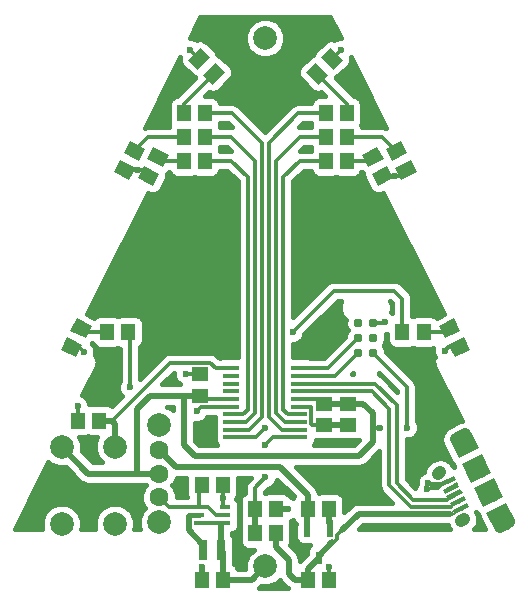
<source format=gtl>
G04 #@! TF.FileFunction,Copper,L1,Top,Signal*
%FSLAX46Y46*%
G04 Gerber Fmt 4.6, Leading zero omitted, Abs format (unit mm)*
G04 Created by KiCad (PCBNEW 201609280951+7255~55~ubuntu14.04.1-) date Wed Oct 12 05:15:32 2016*
%MOMM*%
%LPD*%
G01*
G04 APERTURE LIST*
%ADD10C,0.100000*%
%ADD11C,2.000000*%
%ADD12C,1.600000*%
%ADD13R,1.150000X1.450000*%
%ADD14R,1.450000X1.150000*%
%ADD15C,1.150000*%
%ADD16R,0.800000X1.700000*%
%ADD17C,0.400000*%
%ADD18C,1.000000*%
%ADD19C,1.000000*%
%ADD20C,1.800000*%
%ADD21C,1.575000*%
%ADD22R,0.950000X0.400000*%
%ADD23R,0.600000X1.000000*%
%ADD24C,0.787000*%
%ADD25R,1.350000X0.450000*%
%ADD26C,0.600000*%
%ADD27C,0.300000*%
%ADD28C,0.200000*%
%ADD29C,0.500000*%
%ADD30C,0.400000*%
G04 APERTURE END LIST*
D10*
D11*
X112750000Y-128750000D03*
X117250000Y-128750000D03*
X117250000Y-122250000D03*
X112750000Y-122250000D03*
X130000000Y-87650000D03*
X130000000Y-132350000D03*
D12*
X121000000Y-124500000D03*
X121000000Y-126500000D03*
X121000000Y-122500000D03*
D11*
X121000000Y-120400000D03*
X121000000Y-128600000D03*
D13*
X130900000Y-127500000D03*
X129100000Y-127500000D03*
X124900000Y-98000000D03*
X123100000Y-98000000D03*
X116600000Y-112500000D03*
X118400000Y-112500000D03*
X124900000Y-96000000D03*
X123100000Y-96000000D03*
X123100000Y-94000000D03*
X124900000Y-94000000D03*
X141600000Y-112500000D03*
X143400000Y-112500000D03*
X136900000Y-94000000D03*
X135100000Y-94000000D03*
X135100000Y-96000000D03*
X136900000Y-96000000D03*
X136900000Y-98000000D03*
X135100000Y-98000000D03*
X130900000Y-129500000D03*
X129100000Y-129500000D03*
X114100000Y-120000000D03*
X115900000Y-120000000D03*
X124600000Y-125500000D03*
X126400000Y-125500000D03*
X135400000Y-127500000D03*
X133600000Y-127500000D03*
X133600000Y-133500000D03*
X135400000Y-133500000D03*
X124600000Y-133500000D03*
X126400000Y-133500000D03*
D14*
X124500000Y-116100000D03*
X124500000Y-117900000D03*
X137000000Y-118600000D03*
X137000000Y-120400000D03*
X135000000Y-120400000D03*
X135000000Y-118600000D03*
D15*
X118902983Y-97195261D03*
D10*
G36*
X119293783Y-98034025D02*
X117997260Y-97384774D01*
X118512183Y-96356497D01*
X119808706Y-97005748D01*
X119293783Y-98034025D01*
X119293783Y-98034025D01*
G37*
D15*
X118097017Y-98804739D03*
D10*
G36*
X118487817Y-99643503D02*
X117191294Y-98994252D01*
X117706217Y-97965975D01*
X119002740Y-98615226D01*
X118487817Y-99643503D01*
X118487817Y-99643503D01*
G37*
D15*
X139902983Y-99304739D03*
D10*
G36*
X140808706Y-99494252D02*
X139512183Y-100143503D01*
X138997260Y-99115226D01*
X140293783Y-98465975D01*
X140808706Y-99494252D01*
X140808706Y-99494252D01*
G37*
D15*
X139097017Y-97695261D03*
D10*
G36*
X140002740Y-97884774D02*
X138706217Y-98534025D01*
X138191294Y-97505748D01*
X139487817Y-96856497D01*
X140002740Y-97884774D01*
X140002740Y-97884774D01*
G37*
D15*
X141097017Y-97195261D03*
D10*
G36*
X142002740Y-97384774D02*
X140706217Y-98034025D01*
X140191294Y-97005748D01*
X141487817Y-96356497D01*
X142002740Y-97384774D01*
X142002740Y-97384774D01*
G37*
D15*
X141902983Y-98804739D03*
D10*
G36*
X142808706Y-98994252D02*
X141512183Y-99643503D01*
X140997260Y-98615226D01*
X142293783Y-97965975D01*
X142808706Y-98994252D01*
X142808706Y-98994252D01*
G37*
D15*
X135636396Y-89363604D03*
D10*
G36*
X135530330Y-88444365D02*
X136555635Y-89469670D01*
X135742462Y-90282843D01*
X134717157Y-89257538D01*
X135530330Y-88444365D01*
X135530330Y-88444365D01*
G37*
D15*
X134363604Y-90636396D03*
D10*
G36*
X134257538Y-89717157D02*
X135282843Y-90742462D01*
X134469670Y-91555635D01*
X133444365Y-90530330D01*
X134257538Y-89717157D01*
X134257538Y-89717157D01*
G37*
D15*
X145597017Y-112195261D03*
D10*
G36*
X146502740Y-112384774D02*
X145206217Y-113034025D01*
X144691294Y-112005748D01*
X145987817Y-111356497D01*
X146502740Y-112384774D01*
X146502740Y-112384774D01*
G37*
D15*
X146402983Y-113804739D03*
D10*
G36*
X147308706Y-113994252D02*
X146012183Y-114643503D01*
X145497260Y-113615226D01*
X146793783Y-112965975D01*
X147308706Y-113994252D01*
X147308706Y-113994252D01*
G37*
D15*
X120097017Y-99304739D03*
D10*
G36*
X120487817Y-100143503D02*
X119191294Y-99494252D01*
X119706217Y-98465975D01*
X121002740Y-99115226D01*
X120487817Y-100143503D01*
X120487817Y-100143503D01*
G37*
D15*
X120902983Y-97695261D03*
D10*
G36*
X121293783Y-98534025D02*
X119997260Y-97884774D01*
X120512183Y-96856497D01*
X121808706Y-97505748D01*
X121293783Y-98534025D01*
X121293783Y-98534025D01*
G37*
D15*
X114402983Y-112195261D03*
D10*
G36*
X114793783Y-113034025D02*
X113497260Y-112384774D01*
X114012183Y-111356497D01*
X115308706Y-112005748D01*
X114793783Y-113034025D01*
X114793783Y-113034025D01*
G37*
D15*
X113597017Y-113804739D03*
D10*
G36*
X113987817Y-114643503D02*
X112691294Y-113994252D01*
X113206217Y-112965975D01*
X114502740Y-113615226D01*
X113987817Y-114643503D01*
X113987817Y-114643503D01*
G37*
D15*
X124363604Y-89363604D03*
D10*
G36*
X123444365Y-89469670D02*
X124469670Y-88444365D01*
X125282843Y-89257538D01*
X124257538Y-90282843D01*
X123444365Y-89469670D01*
X123444365Y-89469670D01*
G37*
D15*
X125636396Y-90636396D03*
D10*
G36*
X124717157Y-90742462D02*
X125742462Y-89717157D01*
X126555635Y-90530330D01*
X125530330Y-91555635D01*
X124717157Y-90742462D01*
X124717157Y-90742462D01*
G37*
D16*
X126250000Y-131000000D03*
X124750000Y-131000000D03*
D17*
X146000000Y-126300000D03*
D10*
G36*
X146693106Y-126176593D02*
X145485998Y-126781068D01*
X145306894Y-126423407D01*
X146514002Y-125818932D01*
X146693106Y-126176593D01*
X146693106Y-126176593D01*
G37*
D17*
X145708957Y-125718799D03*
D10*
G36*
X146402063Y-125595392D02*
X145194955Y-126199867D01*
X145015851Y-125842206D01*
X146222959Y-125237731D01*
X146402063Y-125595392D01*
X146402063Y-125595392D01*
G37*
D17*
X146291044Y-126881200D03*
D10*
G36*
X146984150Y-126757793D02*
X145777042Y-127362268D01*
X145597938Y-127004607D01*
X146805046Y-126400132D01*
X146984150Y-126757793D01*
X146984150Y-126757793D01*
G37*
D17*
X146582087Y-127462400D03*
D10*
G36*
X147275193Y-127338993D02*
X146068085Y-127943468D01*
X145888981Y-127585807D01*
X147096089Y-126981332D01*
X147275193Y-127338993D01*
X147275193Y-127338993D01*
G37*
D17*
X145417914Y-125137599D03*
D10*
G36*
X146111020Y-125014192D02*
X144903912Y-125618667D01*
X144724808Y-125261006D01*
X145931916Y-124656531D01*
X146111020Y-125014192D01*
X146111020Y-125014192D01*
G37*
D18*
X144713136Y-124456028D03*
D19*
X144601367Y-124511998D02*
X144824905Y-124400058D01*
D18*
X146705664Y-128435014D03*
D19*
X146593895Y-128490984D02*
X146817433Y-128379044D01*
D20*
X147876940Y-124073967D03*
D10*
G36*
X149129370Y-124453335D02*
X147430477Y-125304077D01*
X146624510Y-123694599D01*
X148323403Y-122843857D01*
X149129370Y-124453335D01*
X149129370Y-124453335D01*
G37*
D20*
X148906786Y-126130521D03*
D10*
G36*
X150159216Y-126509889D02*
X148460323Y-127360631D01*
X147654356Y-125751153D01*
X149353249Y-124900411D01*
X150159216Y-126509889D01*
X150159216Y-126509889D01*
G37*
D21*
X146875079Y-122073297D03*
D10*
G36*
X148077136Y-122352072D02*
X146378243Y-123202815D01*
X145673022Y-121794522D01*
X147371915Y-120943779D01*
X148077136Y-122352072D01*
X148077136Y-122352072D01*
G37*
D18*
X146522469Y-121369150D03*
D19*
X146120100Y-121570642D02*
X146924838Y-121167658D01*
D21*
X149908647Y-128131191D03*
D10*
G36*
X151110704Y-128409966D02*
X149411811Y-129260709D01*
X148706590Y-127852416D01*
X150405483Y-127001673D01*
X151110704Y-128409966D01*
X151110704Y-128409966D01*
G37*
D18*
X150261257Y-128835338D03*
D19*
X149858888Y-129036830D02*
X150663626Y-128633846D01*
D22*
X126600000Y-128650000D03*
X126600000Y-128000000D03*
X126600000Y-127350000D03*
X124400000Y-127350000D03*
X124400000Y-128000000D03*
X124400000Y-128650000D03*
D23*
X135450000Y-129350000D03*
X133550000Y-129350000D03*
X134500000Y-131650000D03*
D24*
X139140000Y-114270000D03*
X137870000Y-114270000D03*
X139140000Y-113000000D03*
X137870000Y-113000000D03*
X139140000Y-111730000D03*
X137870000Y-111730000D03*
D25*
X127125000Y-115575000D03*
X127125000Y-116225000D03*
X127125000Y-116875000D03*
X127125000Y-117525000D03*
X127125000Y-118175000D03*
X127125000Y-118825000D03*
X127125000Y-119475000D03*
X127125000Y-120125000D03*
X127125000Y-120775000D03*
X127125000Y-121425000D03*
X132875000Y-121425000D03*
X132875000Y-120775000D03*
X132875000Y-120125000D03*
X132875000Y-119475000D03*
X132875000Y-118825000D03*
X132875000Y-118175000D03*
X132875000Y-117525000D03*
X132875000Y-116875000D03*
X132875000Y-116225000D03*
X132875000Y-115575000D03*
D26*
X139700000Y-120600000D03*
X142000000Y-120600000D03*
X145200000Y-114100000D03*
X140100000Y-111700000D03*
X123300000Y-116100000D03*
X136400000Y-88600000D03*
X123600000Y-88600000D03*
X141000000Y-99304739D03*
X119200000Y-98804739D03*
X114600000Y-114200000D03*
X114100000Y-118800000D03*
X136000000Y-120400000D03*
X131900000Y-127500000D03*
X124600000Y-132400000D03*
X135400000Y-128500000D03*
X143700000Y-125800000D03*
X143800000Y-125300000D03*
X144200000Y-125600000D03*
X135400000Y-132400000D03*
X126400000Y-126600000D03*
X130000000Y-124800000D03*
X130000000Y-122100000D03*
X132300000Y-112500000D03*
X130000000Y-120600000D03*
X118500000Y-117200000D03*
X124200000Y-119200000D03*
D27*
X132875000Y-115575000D02*
X135295000Y-115575000D01*
X135295000Y-115575000D02*
X137870000Y-113000000D01*
X132875000Y-116225000D02*
X135915000Y-116225000D01*
X135915000Y-116225000D02*
X137870000Y-114270000D01*
X132875000Y-116875000D02*
X139275000Y-116875000D01*
X139275000Y-116875000D02*
X141100000Y-118700000D01*
X141100000Y-118700000D02*
X141100000Y-125300000D01*
X141100000Y-125300000D02*
X142500000Y-126700000D01*
X142500000Y-126700000D02*
X143575000Y-126700000D01*
X145400000Y-126700000D02*
X143575000Y-126700000D01*
D28*
X145800000Y-126300000D02*
X145400000Y-126700000D01*
X146000000Y-126300000D02*
X145800000Y-126300000D01*
D27*
X140500000Y-119000000D02*
X140500000Y-125500000D01*
X140500000Y-125500000D02*
X142300000Y-127300000D01*
X142300000Y-127300000D02*
X143680012Y-127300000D01*
X139000000Y-117500000D02*
X140500000Y-119000000D01*
X133875000Y-117500000D02*
X139000000Y-117500000D01*
X132875000Y-117525000D02*
X133850000Y-117525000D01*
X133850000Y-117525000D02*
X133875000Y-117500000D01*
D28*
X146291044Y-126881200D02*
X146118800Y-126881200D01*
X146118800Y-126881200D02*
X145700000Y-127300000D01*
D27*
X145700000Y-127300000D02*
X143680012Y-127300000D01*
D29*
X139100000Y-121800000D02*
X139100000Y-120700000D01*
X139100000Y-120700000D02*
X139100000Y-119400000D01*
D27*
X139700000Y-120600000D02*
X139200000Y-120600000D01*
X139200000Y-120600000D02*
X139100000Y-120700000D01*
X139140000Y-114270000D02*
X142000000Y-117130000D01*
X142000000Y-117130000D02*
X142000000Y-120600000D01*
X132875000Y-118175000D02*
X134575000Y-118175000D01*
X134575000Y-118175000D02*
X135000000Y-118600000D01*
D29*
X137000000Y-118600000D02*
X135000000Y-118600000D01*
X123100000Y-117900000D02*
X123100000Y-122100000D01*
X123100000Y-122100000D02*
X124000000Y-123000000D01*
X124000000Y-123000000D02*
X137900000Y-123000000D01*
X137900000Y-123000000D02*
X139100000Y-121800000D01*
X139100000Y-119400000D02*
X138300000Y-118600000D01*
X138300000Y-118600000D02*
X137000000Y-118600000D01*
X123100000Y-117900000D02*
X124500000Y-117900000D01*
X120200000Y-117900000D02*
X123100000Y-117900000D01*
D27*
X127125000Y-118175000D02*
X124775000Y-118175000D01*
X124775000Y-118175000D02*
X124500000Y-117900000D01*
D29*
X119100000Y-119000000D02*
X120200000Y-117900000D01*
X119100000Y-124500000D02*
X119100000Y-119000000D01*
X119100000Y-124500000D02*
X121000000Y-124500000D01*
X115000000Y-124500000D02*
X119100000Y-124500000D01*
X112750000Y-122250000D02*
X115000000Y-124500000D01*
D27*
X146402983Y-113804739D02*
X145495261Y-113804739D01*
X145495261Y-113804739D02*
X145200000Y-114100000D01*
X139140000Y-111730000D02*
X140070000Y-111730000D01*
D28*
X140070000Y-111730000D02*
X140100000Y-111700000D01*
D27*
X124500000Y-116100000D02*
X123300000Y-116100000D01*
X135636396Y-89363604D02*
X136400000Y-88600000D01*
X124363604Y-89363604D02*
X123600000Y-88600000D01*
X141000000Y-99304739D02*
X141402983Y-99304739D01*
X139902983Y-99304739D02*
X141000000Y-99304739D01*
X141402983Y-99304739D02*
X141902983Y-98804739D01*
X119200000Y-98804739D02*
X119597017Y-98804739D01*
X118097017Y-98804739D02*
X119200000Y-98804739D01*
X119597017Y-98804739D02*
X120097017Y-99304739D01*
X113597017Y-113804739D02*
X114204739Y-113804739D01*
X114204739Y-113804739D02*
X114600000Y-114200000D01*
X114100000Y-120000000D02*
X114100000Y-118800000D01*
X132875000Y-118825000D02*
X133825000Y-118825000D01*
X133825000Y-118825000D02*
X133900000Y-118900000D01*
X133900000Y-118900000D02*
X133900000Y-120325000D01*
X133900000Y-120325000D02*
X133975000Y-120400000D01*
X133975000Y-120400000D02*
X135000000Y-120400000D01*
D29*
X136000000Y-120400000D02*
X135000000Y-120400000D01*
X137000000Y-120400000D02*
X136000000Y-120400000D01*
X130900000Y-127500000D02*
X131900000Y-127500000D01*
D27*
X126400000Y-126600000D02*
X126400000Y-127150000D01*
X126400000Y-127150000D02*
X126600000Y-127350000D01*
D29*
X124600000Y-133500000D02*
X124600000Y-132400000D01*
X135400000Y-127500000D02*
X135400000Y-128500000D01*
X135450000Y-129350000D02*
X135450000Y-128550000D01*
X135450000Y-128550000D02*
X135400000Y-128500000D01*
D28*
X144524264Y-125474264D02*
X144450000Y-125400000D01*
X144750000Y-125474264D02*
X144524264Y-125474264D01*
X144200000Y-125600000D02*
X144624264Y-125600000D01*
X144624264Y-125600000D02*
X144750000Y-125474264D01*
X143800000Y-125300000D02*
X145255513Y-125300000D01*
X145255513Y-125300000D02*
X145417914Y-125137599D01*
X143700000Y-125800000D02*
X144600000Y-125800000D01*
X144600000Y-125800000D02*
X144800000Y-125600000D01*
X143800000Y-125300000D02*
X143800000Y-125700000D01*
X143800000Y-125700000D02*
X143700000Y-125800000D01*
X144200000Y-125600000D02*
X144100000Y-125600000D01*
X144100000Y-125600000D02*
X143800000Y-125300000D01*
X144800000Y-125600000D02*
X144200000Y-125600000D01*
X145262401Y-125137599D02*
X144800000Y-125600000D01*
X145417914Y-125137599D02*
X145262401Y-125137599D01*
D27*
X135400000Y-133500000D02*
X135400000Y-132400000D01*
X126400000Y-125500000D02*
X126400000Y-126600000D01*
X126600000Y-125700000D02*
X126400000Y-125500000D01*
X132875000Y-119475000D02*
X131875000Y-119475000D01*
X131875000Y-119475000D02*
X131500000Y-119100000D01*
X131500000Y-119100000D02*
X131500000Y-99400000D01*
X131500000Y-99400000D02*
X132900000Y-98000000D01*
X132900000Y-98000000D02*
X135100000Y-98000000D01*
X132875000Y-120125000D02*
X131625000Y-120125000D01*
X131625000Y-120125000D02*
X130900000Y-119400000D01*
X130900000Y-119400000D02*
X130900000Y-98000000D01*
X130900000Y-98000000D02*
X132900000Y-96000000D01*
X132900000Y-96000000D02*
X135100000Y-96000000D01*
X132875000Y-120775000D02*
X131375000Y-120775000D01*
X131375000Y-120775000D02*
X130300000Y-119700000D01*
X130300000Y-119700000D02*
X130300000Y-96500000D01*
X130300000Y-96500000D02*
X132800000Y-94000000D01*
X132800000Y-94000000D02*
X135100000Y-94000000D01*
X129100000Y-125700000D02*
X129100000Y-127500000D01*
X130000000Y-124800000D02*
X129100000Y-125700000D01*
X132875000Y-121425000D02*
X130675000Y-121425000D01*
X130675000Y-121425000D02*
X130000000Y-122100000D01*
D29*
X129100000Y-129500000D02*
X129100000Y-127500000D01*
D27*
X140900000Y-109000000D02*
X141600000Y-109700000D01*
X141600000Y-109700000D02*
X141600000Y-112500000D01*
X135800000Y-109000000D02*
X140900000Y-109000000D01*
X132300000Y-112500000D02*
X135800000Y-109000000D01*
X127125000Y-121425000D02*
X129175000Y-121425000D01*
X129175000Y-121425000D02*
X130000000Y-120600000D01*
X129700000Y-96500000D02*
X127200000Y-94000000D01*
X127200000Y-94000000D02*
X124900000Y-94000000D01*
X129700000Y-119700000D02*
X129700000Y-96500000D01*
X127125000Y-120775000D02*
X128625000Y-120775000D01*
X128625000Y-120775000D02*
X129700000Y-119700000D01*
X129100000Y-98000000D02*
X127100000Y-96000000D01*
X127100000Y-96000000D02*
X124900000Y-96000000D01*
X129100000Y-119400000D02*
X129100000Y-98000000D01*
X128375000Y-120125000D02*
X129100000Y-119400000D01*
X127125000Y-120125000D02*
X128375000Y-120125000D01*
X128500000Y-99400000D02*
X127100000Y-98000000D01*
X127100000Y-98000000D02*
X124900000Y-98000000D01*
X128500000Y-119075000D02*
X128500000Y-99400000D01*
X127125000Y-119475000D02*
X128100000Y-119475000D01*
X128100000Y-119475000D02*
X128500000Y-119075000D01*
X118500000Y-117200000D02*
X118500000Y-112600000D01*
X118500000Y-112600000D02*
X118400000Y-112500000D01*
X127125000Y-118825000D02*
X124575000Y-118825000D01*
X124575000Y-118825000D02*
X124200000Y-119200000D01*
X127125000Y-115575000D02*
X125815002Y-115575000D01*
X125815002Y-115575000D02*
X125340002Y-115100000D01*
X125340002Y-115100000D02*
X121900000Y-115100000D01*
X121900000Y-115100000D02*
X117000000Y-120000000D01*
X117000000Y-120000000D02*
X116975000Y-120000000D01*
D29*
X117250000Y-122250000D02*
X117250000Y-120275000D01*
X116975000Y-120000000D02*
X115900000Y-120000000D01*
X117250000Y-120275000D02*
X116975000Y-120000000D01*
D28*
X145875000Y-127900000D02*
X145975000Y-127800000D01*
X145600000Y-127900000D02*
X145875000Y-127900000D01*
X146000000Y-127900000D02*
X145600000Y-127900000D01*
X146582087Y-127462400D02*
X146437600Y-127462400D01*
X145800000Y-127800000D02*
X145900000Y-127700000D01*
D27*
X145800000Y-127900000D02*
X145600000Y-127900000D01*
D28*
X145800000Y-127900000D02*
X145800000Y-127800000D01*
D29*
X132000000Y-132975000D02*
X132000000Y-131825000D01*
X132000000Y-131825000D02*
X130900000Y-130725000D01*
X130900000Y-130725000D02*
X130900000Y-129500000D01*
X133600000Y-133500000D02*
X132525000Y-133500000D01*
X132525000Y-133500000D02*
X132000000Y-132975000D01*
X137900000Y-127900000D02*
X143572892Y-127900000D01*
X136500000Y-129300000D02*
X137900000Y-127900000D01*
D27*
X136100000Y-129700000D02*
X136500000Y-129300000D01*
X136100000Y-130040002D02*
X136100000Y-129700000D01*
X135650000Y-130300000D02*
X135840002Y-130300000D01*
X135840002Y-130300000D02*
X136100000Y-130040002D01*
D29*
X134500000Y-131650000D02*
X134500000Y-131450000D01*
X134500000Y-131450000D02*
X135650000Y-130300000D01*
X145600000Y-127900000D02*
X143572892Y-127900000D01*
D28*
X146437600Y-127462400D02*
X146000000Y-127900000D01*
D29*
X133600000Y-133500000D02*
X133600000Y-132550000D01*
X133600000Y-132550000D02*
X134500000Y-131650000D01*
X131225000Y-123900000D02*
X122400000Y-123900000D01*
X122400000Y-123900000D02*
X121000000Y-122500000D01*
X133600000Y-127500000D02*
X133600000Y-126275000D01*
X133600000Y-126275000D02*
X131225000Y-123900000D01*
X133550000Y-129350000D02*
X133550000Y-127550000D01*
X133550000Y-127550000D02*
X133600000Y-127500000D01*
D27*
X124400000Y-128650000D02*
X126000000Y-128650000D01*
X126000000Y-128650000D02*
X126600000Y-128650000D01*
D29*
X126250000Y-131000000D02*
X126250000Y-128900000D01*
D27*
X126250000Y-128900000D02*
X126000000Y-128650000D01*
D29*
X126400000Y-133500000D02*
X126400000Y-131150000D01*
X126400000Y-131150000D02*
X126250000Y-131000000D01*
X126400000Y-133500000D02*
X128850000Y-133500000D01*
X128850000Y-133500000D02*
X130000000Y-132350000D01*
D30*
X124400000Y-128000000D02*
X123625000Y-128000000D01*
X123625000Y-128000000D02*
X123500000Y-128125000D01*
D29*
X123500000Y-128125000D02*
X123500000Y-129300000D01*
X123500000Y-129300000D02*
X124750000Y-130550000D01*
D27*
X124750000Y-130550000D02*
X124750000Y-131000000D01*
X124400000Y-127350000D02*
X124400000Y-125700000D01*
X124400000Y-125700000D02*
X124600000Y-125500000D01*
X124400000Y-127350000D02*
X121850000Y-127350000D01*
X121850000Y-127350000D02*
X121000000Y-126500000D01*
X126600000Y-128000000D02*
X125825000Y-128000000D01*
X125825000Y-128000000D02*
X125175000Y-127350000D01*
X125175000Y-127350000D02*
X124400000Y-127350000D01*
X123100000Y-94000000D02*
X123100000Y-93172792D01*
X123100000Y-93172792D02*
X125053034Y-91219758D01*
X125053034Y-91219758D02*
X125636396Y-90636396D01*
X116600000Y-112500000D02*
X114707722Y-112500000D01*
X114707722Y-112500000D02*
X114402983Y-112195261D01*
X123100000Y-98000000D02*
X121207722Y-98000000D01*
X121207722Y-98000000D02*
X120902983Y-97695261D01*
X143400000Y-112500000D02*
X145292278Y-112500000D01*
X145292278Y-112500000D02*
X145597017Y-112195261D01*
X136900000Y-94000000D02*
X136900000Y-93172792D01*
X136900000Y-93172792D02*
X134946966Y-91219758D01*
X134946966Y-91219758D02*
X134363604Y-90636396D01*
X136900000Y-96000000D02*
X139901756Y-96000000D01*
X139901756Y-96000000D02*
X141097017Y-97195261D01*
X136900000Y-98000000D02*
X138792278Y-98000000D01*
X138792278Y-98000000D02*
X139097017Y-97695261D01*
X123100000Y-96000000D02*
X120098244Y-96000000D01*
X120098244Y-96000000D02*
X118902983Y-97195261D01*
D30*
G36*
X131328249Y-133646751D02*
X131853248Y-134171751D01*
X131895525Y-134200000D01*
X129479474Y-134200000D01*
X129521751Y-134171751D01*
X129648659Y-134044843D01*
X129660366Y-134049704D01*
X130336667Y-134050294D01*
X130961715Y-133792030D01*
X131239821Y-133514410D01*
X131328249Y-133646751D01*
X131328249Y-133646751D01*
G37*
X131328249Y-133646751D02*
X131853248Y-134171751D01*
X131895525Y-134200000D01*
X129479474Y-134200000D01*
X129521751Y-134171751D01*
X129648659Y-134044843D01*
X129660366Y-134049704D01*
X130336667Y-134050294D01*
X130961715Y-133792030D01*
X131239821Y-133514410D01*
X131328249Y-133646751D01*
G36*
X128498959Y-125098959D02*
X128314702Y-125374719D01*
X128250000Y-125700000D01*
X128250000Y-126116867D01*
X128020329Y-126270329D01*
X127865615Y-126501874D01*
X127811287Y-126775000D01*
X127811287Y-128225000D01*
X127865615Y-128498126D01*
X127866867Y-128500000D01*
X127865615Y-128501874D01*
X127811287Y-128775000D01*
X127811287Y-130225000D01*
X127865615Y-130498126D01*
X128020329Y-130729671D01*
X128251874Y-130884385D01*
X128525000Y-130938713D01*
X129007488Y-130938713D01*
X128559650Y-131385770D01*
X128300296Y-132010366D01*
X128299825Y-132550000D01*
X127643958Y-132550000D01*
X127634385Y-132501874D01*
X127479671Y-132270329D01*
X127350000Y-132183685D01*
X127350000Y-131918940D01*
X127363713Y-131850000D01*
X127363713Y-130150000D01*
X127309385Y-129876874D01*
X127200000Y-129713168D01*
X127200000Y-129538849D01*
X127348126Y-129509385D01*
X127579671Y-129354671D01*
X127734385Y-129123126D01*
X127788713Y-128850000D01*
X127788713Y-128450000D01*
X127763849Y-128325000D01*
X127788713Y-128200000D01*
X127788713Y-127800000D01*
X127763849Y-127675000D01*
X127788713Y-127550000D01*
X127788713Y-127150000D01*
X127734385Y-126876874D01*
X127579671Y-126645329D01*
X127549498Y-126625168D01*
X127634385Y-126498126D01*
X127688713Y-126225000D01*
X127688713Y-124850000D01*
X128747918Y-124850000D01*
X128498959Y-125098959D01*
X128498959Y-125098959D01*
G37*
X128498959Y-125098959D02*
X128314702Y-125374719D01*
X128250000Y-125700000D01*
X128250000Y-126116867D01*
X128020329Y-126270329D01*
X127865615Y-126501874D01*
X127811287Y-126775000D01*
X127811287Y-128225000D01*
X127865615Y-128498126D01*
X127866867Y-128500000D01*
X127865615Y-128501874D01*
X127811287Y-128775000D01*
X127811287Y-130225000D01*
X127865615Y-130498126D01*
X128020329Y-130729671D01*
X128251874Y-130884385D01*
X128525000Y-130938713D01*
X129007488Y-130938713D01*
X128559650Y-131385770D01*
X128300296Y-132010366D01*
X128299825Y-132550000D01*
X127643958Y-132550000D01*
X127634385Y-132501874D01*
X127479671Y-132270329D01*
X127350000Y-132183685D01*
X127350000Y-131918940D01*
X127363713Y-131850000D01*
X127363713Y-130150000D01*
X127309385Y-129876874D01*
X127200000Y-129713168D01*
X127200000Y-129538849D01*
X127348126Y-129509385D01*
X127579671Y-129354671D01*
X127734385Y-129123126D01*
X127788713Y-128850000D01*
X127788713Y-128450000D01*
X127763849Y-128325000D01*
X127788713Y-128200000D01*
X127788713Y-127800000D01*
X127763849Y-127675000D01*
X127788713Y-127550000D01*
X127788713Y-127150000D01*
X127734385Y-126876874D01*
X127579671Y-126645329D01*
X127549498Y-126625168D01*
X127634385Y-126498126D01*
X127688713Y-126225000D01*
X127688713Y-124850000D01*
X128747918Y-124850000D01*
X128498959Y-125098959D01*
G36*
X132365615Y-128498126D02*
X132520329Y-128729671D01*
X132555542Y-128753200D01*
X132536287Y-128850000D01*
X132536287Y-129850000D01*
X132590615Y-130123126D01*
X132745329Y-130354671D01*
X132976874Y-130509385D01*
X133250000Y-130563713D01*
X133817476Y-130563713D01*
X133695329Y-130645329D01*
X133540615Y-130876874D01*
X133486287Y-131150000D01*
X133486287Y-131320210D01*
X132950000Y-131856498D01*
X132950000Y-131825000D01*
X132877686Y-131461451D01*
X132877686Y-131461450D01*
X132671751Y-131153249D01*
X132087218Y-130568716D01*
X132134385Y-130498126D01*
X132188713Y-130225000D01*
X132188713Y-128775000D01*
X132134385Y-128501874D01*
X132133133Y-128500000D01*
X132134385Y-128498126D01*
X132137196Y-128483994D01*
X132345670Y-128397854D01*
X132365615Y-128498126D01*
X132365615Y-128498126D01*
G37*
X132365615Y-128498126D02*
X132520329Y-128729671D01*
X132555542Y-128753200D01*
X132536287Y-128850000D01*
X132536287Y-129850000D01*
X132590615Y-130123126D01*
X132745329Y-130354671D01*
X132976874Y-130509385D01*
X133250000Y-130563713D01*
X133817476Y-130563713D01*
X133695329Y-130645329D01*
X133540615Y-130876874D01*
X133486287Y-131150000D01*
X133486287Y-131320210D01*
X132950000Y-131856498D01*
X132950000Y-131825000D01*
X132877686Y-131461451D01*
X132877686Y-131461450D01*
X132671751Y-131153249D01*
X132087218Y-130568716D01*
X132134385Y-130498126D01*
X132188713Y-130225000D01*
X132188713Y-128775000D01*
X132134385Y-128501874D01*
X132133133Y-128500000D01*
X132134385Y-128498126D01*
X132137196Y-128483994D01*
X132345670Y-128397854D01*
X132365615Y-128498126D01*
G36*
X145497699Y-129039918D02*
X145622096Y-129200000D01*
X137943502Y-129200000D01*
X138293502Y-128850000D01*
X145445565Y-128850000D01*
X145497699Y-129039918D01*
X145497699Y-129039918D01*
G37*
X145497699Y-129039918D02*
X145622096Y-129200000D01*
X137943502Y-129200000D01*
X138293502Y-128850000D01*
X145445565Y-128850000D01*
X145497699Y-129039918D01*
G36*
X147865282Y-127735703D02*
X147896760Y-127798563D01*
X147949897Y-127844592D01*
X147993026Y-127900093D01*
X147994985Y-127901208D01*
X147994704Y-127903445D01*
X148013311Y-127971228D01*
X148018337Y-128041346D01*
X148049814Y-128104203D01*
X148068421Y-128171988D01*
X148583211Y-129200000D01*
X147687326Y-129200000D01*
X147747668Y-129153109D01*
X147979295Y-128746199D01*
X148037573Y-128281624D01*
X147913629Y-127830110D01*
X147848676Y-127746524D01*
X147859253Y-127727944D01*
X147865282Y-127735703D01*
X147865282Y-127735703D01*
G37*
X147865282Y-127735703D02*
X147896760Y-127798563D01*
X147949897Y-127844592D01*
X147993026Y-127900093D01*
X147994985Y-127901208D01*
X147994704Y-127903445D01*
X148013311Y-127971228D01*
X148018337Y-128041346D01*
X148049814Y-128104203D01*
X148068421Y-128171988D01*
X148583211Y-129200000D01*
X147687326Y-129200000D01*
X147747668Y-129153109D01*
X147979295Y-128746199D01*
X148037573Y-128281624D01*
X147913629Y-127830110D01*
X147848676Y-127746524D01*
X147859253Y-127727944D01*
X147865282Y-127735703D01*
G36*
X111785770Y-123690350D02*
X112410366Y-123949704D01*
X113086667Y-123950294D01*
X113100908Y-123944410D01*
X114328249Y-125171752D01*
X114520186Y-125300000D01*
X114636451Y-125377686D01*
X115000000Y-125450000D01*
X119828871Y-125450000D01*
X119878678Y-125499894D01*
X119729103Y-125649209D01*
X119500261Y-126200323D01*
X119499740Y-126797059D01*
X119727620Y-127348572D01*
X119787380Y-127408437D01*
X119575287Y-127620161D01*
X119568921Y-127622064D01*
X119565615Y-127629815D01*
X119559650Y-127635770D01*
X119433100Y-127940538D01*
X119303615Y-128244154D01*
X119303527Y-128252584D01*
X119300296Y-128260366D01*
X119300008Y-128590282D01*
X119296568Y-128920420D01*
X119299713Y-128928243D01*
X119299706Y-128936667D01*
X119408513Y-129200000D01*
X118906231Y-129200000D01*
X118946385Y-129105846D01*
X118946473Y-129097416D01*
X118949704Y-129089634D01*
X118949992Y-128759718D01*
X118953432Y-128429580D01*
X118950287Y-128421757D01*
X118950294Y-128413333D01*
X118824297Y-128108396D01*
X118701146Y-127802096D01*
X118692212Y-127788726D01*
X118692030Y-127788285D01*
X118691690Y-127787945D01*
X118681079Y-127772064D01*
X118673607Y-127769830D01*
X118229839Y-127325287D01*
X118227936Y-127318921D01*
X118220185Y-127315615D01*
X118214230Y-127309650D01*
X117909462Y-127183100D01*
X117605846Y-127053615D01*
X117597416Y-127053527D01*
X117589634Y-127050296D01*
X117259718Y-127050008D01*
X116929580Y-127046568D01*
X116921757Y-127049713D01*
X116913333Y-127049706D01*
X116608396Y-127175703D01*
X116302096Y-127298854D01*
X116288726Y-127307788D01*
X116288285Y-127307970D01*
X116287945Y-127308310D01*
X116272064Y-127318921D01*
X116269830Y-127326393D01*
X115825287Y-127770161D01*
X115818921Y-127772064D01*
X115815615Y-127779815D01*
X115809650Y-127785770D01*
X115683100Y-128090538D01*
X115553615Y-128394154D01*
X115553527Y-128402584D01*
X115550296Y-128410366D01*
X115550008Y-128740282D01*
X115546568Y-129070420D01*
X115549713Y-129078243D01*
X115549706Y-129086667D01*
X115596534Y-129200000D01*
X114406231Y-129200000D01*
X114446385Y-129105846D01*
X114446473Y-129097416D01*
X114449704Y-129089634D01*
X114449992Y-128759718D01*
X114453432Y-128429580D01*
X114450287Y-128421757D01*
X114450294Y-128413333D01*
X114324297Y-128108396D01*
X114201146Y-127802096D01*
X114192212Y-127788726D01*
X114192030Y-127788285D01*
X114191690Y-127787945D01*
X114181079Y-127772064D01*
X114173607Y-127769830D01*
X113729839Y-127325287D01*
X113727936Y-127318921D01*
X113720185Y-127315615D01*
X113714230Y-127309650D01*
X113409462Y-127183100D01*
X113105846Y-127053615D01*
X113097416Y-127053527D01*
X113089634Y-127050296D01*
X112759718Y-127050008D01*
X112429580Y-127046568D01*
X112421757Y-127049713D01*
X112413333Y-127049706D01*
X112108396Y-127175703D01*
X111802096Y-127298854D01*
X111788726Y-127307788D01*
X111788285Y-127307970D01*
X111787945Y-127308310D01*
X111772064Y-127318921D01*
X111769830Y-127326393D01*
X111325287Y-127770161D01*
X111318921Y-127772064D01*
X111315615Y-127779815D01*
X111309650Y-127785770D01*
X111183100Y-128090538D01*
X111053615Y-128394154D01*
X111053527Y-128402584D01*
X111050296Y-128410366D01*
X111050008Y-128740282D01*
X111046568Y-129070420D01*
X111049713Y-129078243D01*
X111049706Y-129086667D01*
X111096534Y-129200000D01*
X108794428Y-129200000D01*
X111628183Y-123532488D01*
X111785770Y-123690350D01*
X111785770Y-123690350D01*
G37*
X111785770Y-123690350D02*
X112410366Y-123949704D01*
X113086667Y-123950294D01*
X113100908Y-123944410D01*
X114328249Y-125171752D01*
X114520186Y-125300000D01*
X114636451Y-125377686D01*
X115000000Y-125450000D01*
X119828871Y-125450000D01*
X119878678Y-125499894D01*
X119729103Y-125649209D01*
X119500261Y-126200323D01*
X119499740Y-126797059D01*
X119727620Y-127348572D01*
X119787380Y-127408437D01*
X119575287Y-127620161D01*
X119568921Y-127622064D01*
X119565615Y-127629815D01*
X119559650Y-127635770D01*
X119433100Y-127940538D01*
X119303615Y-128244154D01*
X119303527Y-128252584D01*
X119300296Y-128260366D01*
X119300008Y-128590282D01*
X119296568Y-128920420D01*
X119299713Y-128928243D01*
X119299706Y-128936667D01*
X119408513Y-129200000D01*
X118906231Y-129200000D01*
X118946385Y-129105846D01*
X118946473Y-129097416D01*
X118949704Y-129089634D01*
X118949992Y-128759718D01*
X118953432Y-128429580D01*
X118950287Y-128421757D01*
X118950294Y-128413333D01*
X118824297Y-128108396D01*
X118701146Y-127802096D01*
X118692212Y-127788726D01*
X118692030Y-127788285D01*
X118691690Y-127787945D01*
X118681079Y-127772064D01*
X118673607Y-127769830D01*
X118229839Y-127325287D01*
X118227936Y-127318921D01*
X118220185Y-127315615D01*
X118214230Y-127309650D01*
X117909462Y-127183100D01*
X117605846Y-127053615D01*
X117597416Y-127053527D01*
X117589634Y-127050296D01*
X117259718Y-127050008D01*
X116929580Y-127046568D01*
X116921757Y-127049713D01*
X116913333Y-127049706D01*
X116608396Y-127175703D01*
X116302096Y-127298854D01*
X116288726Y-127307788D01*
X116288285Y-127307970D01*
X116287945Y-127308310D01*
X116272064Y-127318921D01*
X116269830Y-127326393D01*
X115825287Y-127770161D01*
X115818921Y-127772064D01*
X115815615Y-127779815D01*
X115809650Y-127785770D01*
X115683100Y-128090538D01*
X115553615Y-128394154D01*
X115553527Y-128402584D01*
X115550296Y-128410366D01*
X115550008Y-128740282D01*
X115546568Y-129070420D01*
X115549713Y-129078243D01*
X115549706Y-129086667D01*
X115596534Y-129200000D01*
X114406231Y-129200000D01*
X114446385Y-129105846D01*
X114446473Y-129097416D01*
X114449704Y-129089634D01*
X114449992Y-128759718D01*
X114453432Y-128429580D01*
X114450287Y-128421757D01*
X114450294Y-128413333D01*
X114324297Y-128108396D01*
X114201146Y-127802096D01*
X114192212Y-127788726D01*
X114192030Y-127788285D01*
X114191690Y-127787945D01*
X114181079Y-127772064D01*
X114173607Y-127769830D01*
X113729839Y-127325287D01*
X113727936Y-127318921D01*
X113720185Y-127315615D01*
X113714230Y-127309650D01*
X113409462Y-127183100D01*
X113105846Y-127053615D01*
X113097416Y-127053527D01*
X113089634Y-127050296D01*
X112759718Y-127050008D01*
X112429580Y-127046568D01*
X112421757Y-127049713D01*
X112413333Y-127049706D01*
X112108396Y-127175703D01*
X111802096Y-127298854D01*
X111788726Y-127307788D01*
X111788285Y-127307970D01*
X111787945Y-127308310D01*
X111772064Y-127318921D01*
X111769830Y-127326393D01*
X111325287Y-127770161D01*
X111318921Y-127772064D01*
X111315615Y-127779815D01*
X111309650Y-127785770D01*
X111183100Y-128090538D01*
X111053615Y-128394154D01*
X111053527Y-128402584D01*
X111050296Y-128410366D01*
X111050008Y-128740282D01*
X111046568Y-129070420D01*
X111049713Y-129078243D01*
X111049706Y-129086667D01*
X111096534Y-129200000D01*
X108794428Y-129200000D01*
X111628183Y-123532488D01*
X111785770Y-123690350D01*
G36*
X139650000Y-125500000D02*
X139714702Y-125825281D01*
X139898959Y-126101041D01*
X140747918Y-126950000D01*
X137900000Y-126950000D01*
X137596767Y-127010317D01*
X137536450Y-127022314D01*
X137228249Y-127228249D01*
X136688713Y-127767785D01*
X136688713Y-126775000D01*
X136634385Y-126501874D01*
X136479671Y-126270329D01*
X136248126Y-126115615D01*
X135975000Y-126061287D01*
X134825000Y-126061287D01*
X134551874Y-126115615D01*
X134522236Y-126135419D01*
X134483812Y-125942247D01*
X134477686Y-125911450D01*
X134271751Y-125603248D01*
X132618502Y-123950000D01*
X137900000Y-123950000D01*
X138203233Y-123889683D01*
X138263550Y-123877686D01*
X138571751Y-123671751D01*
X139650000Y-122593503D01*
X139650000Y-125500000D01*
X139650000Y-125500000D01*
G37*
X139650000Y-125500000D02*
X139714702Y-125825281D01*
X139898959Y-126101041D01*
X140747918Y-126950000D01*
X137900000Y-126950000D01*
X137596767Y-127010317D01*
X137536450Y-127022314D01*
X137228249Y-127228249D01*
X136688713Y-127767785D01*
X136688713Y-126775000D01*
X136634385Y-126501874D01*
X136479671Y-126270329D01*
X136248126Y-126115615D01*
X135975000Y-126061287D01*
X134825000Y-126061287D01*
X134551874Y-126115615D01*
X134522236Y-126135419D01*
X134483812Y-125942247D01*
X134477686Y-125911450D01*
X134271751Y-125603248D01*
X132618502Y-123950000D01*
X137900000Y-123950000D01*
X138203233Y-123889683D01*
X138263550Y-123877686D01*
X138571751Y-123671751D01*
X139650000Y-122593503D01*
X139650000Y-125500000D01*
G36*
X132412782Y-126431284D02*
X132365615Y-126501874D01*
X132345646Y-126602265D01*
X132137132Y-126515682D01*
X132134385Y-126501874D01*
X131979671Y-126270329D01*
X131748126Y-126115615D01*
X131475000Y-126061287D01*
X130325000Y-126061287D01*
X130051874Y-126115615D01*
X130000000Y-126150276D01*
X129950000Y-126116867D01*
X129950000Y-126052082D01*
X130204633Y-125797449D01*
X130565714Y-125648253D01*
X130847264Y-125367194D01*
X130994385Y-125012888D01*
X132412782Y-126431284D01*
X132412782Y-126431284D01*
G37*
X132412782Y-126431284D02*
X132365615Y-126501874D01*
X132345646Y-126602265D01*
X132137132Y-126515682D01*
X132134385Y-126501874D01*
X131979671Y-126270329D01*
X131748126Y-126115615D01*
X131475000Y-126061287D01*
X130325000Y-126061287D01*
X130051874Y-126115615D01*
X130000000Y-126150276D01*
X129950000Y-126116867D01*
X129950000Y-126052082D01*
X130204633Y-125797449D01*
X130565714Y-125648253D01*
X130847264Y-125367194D01*
X130994385Y-125012888D01*
X132412782Y-126431284D01*
G36*
X123311287Y-126225000D02*
X123365615Y-126498126D01*
X123366867Y-126500000D01*
X122500001Y-126500000D01*
X122500260Y-126202941D01*
X122272380Y-125651428D01*
X122121322Y-125500106D01*
X122270897Y-125350791D01*
X122478843Y-124850000D01*
X123311287Y-124850000D01*
X123311287Y-126225000D01*
X123311287Y-126225000D01*
G37*
X123311287Y-126225000D02*
X123365615Y-126498126D01*
X123366867Y-126500000D01*
X122500001Y-126500000D01*
X122500260Y-126202941D01*
X122272380Y-125651428D01*
X122121322Y-125500106D01*
X122270897Y-125350791D01*
X122478843Y-124850000D01*
X123311287Y-124850000D01*
X123311287Y-126225000D01*
G36*
X140311287Y-113225000D02*
X140365615Y-113498126D01*
X140520329Y-113729671D01*
X140751874Y-113884385D01*
X141025000Y-113938713D01*
X142175000Y-113938713D01*
X142448126Y-113884385D01*
X142500000Y-113849724D01*
X142551874Y-113884385D01*
X142825000Y-113938713D01*
X143975000Y-113938713D01*
X144203022Y-113893357D01*
X144200174Y-113900215D01*
X144199827Y-114298040D01*
X144324217Y-114599087D01*
X144260896Y-114693853D01*
X144255288Y-114722048D01*
X144241054Y-114747018D01*
X144225016Y-114874233D01*
X144200000Y-115000000D01*
X144205607Y-115028191D01*
X144202012Y-115056711D01*
X144235881Y-115180387D01*
X144260896Y-115306147D01*
X144276866Y-115330047D01*
X144284458Y-115357771D01*
X146618005Y-120024866D01*
X146512957Y-120053702D01*
X146432235Y-120072285D01*
X146326966Y-120125000D01*
X145553886Y-120512129D01*
X145553884Y-120512130D01*
X145538081Y-120520044D01*
X145474851Y-120573545D01*
X145184173Y-120799426D01*
X144952545Y-121206335D01*
X144894267Y-121670911D01*
X145018210Y-122122425D01*
X145076747Y-122197754D01*
X145740074Y-123522387D01*
X145783203Y-123577888D01*
X145814680Y-123640747D01*
X145867815Y-123686774D01*
X145910946Y-123742278D01*
X145912904Y-123743393D01*
X145912624Y-123745628D01*
X145931231Y-123813411D01*
X145936257Y-123883530D01*
X145967734Y-123946389D01*
X145970336Y-123955866D01*
X145949123Y-123953205D01*
X145921101Y-123851124D01*
X145633805Y-123481411D01*
X145226895Y-123249784D01*
X144762319Y-123191506D01*
X144310805Y-123315450D01*
X144040845Y-123450636D01*
X143671132Y-123737933D01*
X143439505Y-124144843D01*
X143410120Y-124379094D01*
X143234286Y-124451747D01*
X142952736Y-124732806D01*
X142800174Y-125100215D01*
X142799947Y-125359935D01*
X142700174Y-125600215D01*
X142700089Y-125698007D01*
X141950000Y-124947918D01*
X141950000Y-121599957D01*
X142198040Y-121600173D01*
X142565714Y-121448253D01*
X142847264Y-121167194D01*
X142999826Y-120799785D01*
X143000173Y-120401960D01*
X142850000Y-120038514D01*
X142850000Y-117130000D01*
X142785298Y-116804719D01*
X142601041Y-116528959D01*
X140233595Y-114161513D01*
X140233689Y-114053444D01*
X140067565Y-113651391D01*
X140051443Y-113635241D01*
X140066484Y-113620227D01*
X140233310Y-113218465D01*
X140233689Y-112783444D01*
X140199247Y-112700087D01*
X140298040Y-112700173D01*
X140311287Y-112694699D01*
X140311287Y-113225000D01*
X140311287Y-113225000D01*
G37*
X140311287Y-113225000D02*
X140365615Y-113498126D01*
X140520329Y-113729671D01*
X140751874Y-113884385D01*
X141025000Y-113938713D01*
X142175000Y-113938713D01*
X142448126Y-113884385D01*
X142500000Y-113849724D01*
X142551874Y-113884385D01*
X142825000Y-113938713D01*
X143975000Y-113938713D01*
X144203022Y-113893357D01*
X144200174Y-113900215D01*
X144199827Y-114298040D01*
X144324217Y-114599087D01*
X144260896Y-114693853D01*
X144255288Y-114722048D01*
X144241054Y-114747018D01*
X144225016Y-114874233D01*
X144200000Y-115000000D01*
X144205607Y-115028191D01*
X144202012Y-115056711D01*
X144235881Y-115180387D01*
X144260896Y-115306147D01*
X144276866Y-115330047D01*
X144284458Y-115357771D01*
X146618005Y-120024866D01*
X146512957Y-120053702D01*
X146432235Y-120072285D01*
X146326966Y-120125000D01*
X145553886Y-120512129D01*
X145553884Y-120512130D01*
X145538081Y-120520044D01*
X145474851Y-120573545D01*
X145184173Y-120799426D01*
X144952545Y-121206335D01*
X144894267Y-121670911D01*
X145018210Y-122122425D01*
X145076747Y-122197754D01*
X145740074Y-123522387D01*
X145783203Y-123577888D01*
X145814680Y-123640747D01*
X145867815Y-123686774D01*
X145910946Y-123742278D01*
X145912904Y-123743393D01*
X145912624Y-123745628D01*
X145931231Y-123813411D01*
X145936257Y-123883530D01*
X145967734Y-123946389D01*
X145970336Y-123955866D01*
X145949123Y-123953205D01*
X145921101Y-123851124D01*
X145633805Y-123481411D01*
X145226895Y-123249784D01*
X144762319Y-123191506D01*
X144310805Y-123315450D01*
X144040845Y-123450636D01*
X143671132Y-123737933D01*
X143439505Y-124144843D01*
X143410120Y-124379094D01*
X143234286Y-124451747D01*
X142952736Y-124732806D01*
X142800174Y-125100215D01*
X142799947Y-125359935D01*
X142700174Y-125600215D01*
X142700089Y-125698007D01*
X141950000Y-124947918D01*
X141950000Y-121599957D01*
X142198040Y-121600173D01*
X142565714Y-121448253D01*
X142847264Y-121167194D01*
X142999826Y-120799785D01*
X143000173Y-120401960D01*
X142850000Y-120038514D01*
X142850000Y-117130000D01*
X142785298Y-116804719D01*
X142601041Y-116528959D01*
X140233595Y-114161513D01*
X140233689Y-114053444D01*
X140067565Y-113651391D01*
X140051443Y-113635241D01*
X140066484Y-113620227D01*
X140233310Y-113218465D01*
X140233689Y-112783444D01*
X140199247Y-112700087D01*
X140298040Y-112700173D01*
X140311287Y-112694699D01*
X140311287Y-113225000D01*
G36*
X115051874Y-121384385D02*
X115325000Y-121438713D01*
X115746143Y-121438713D01*
X115550296Y-121910366D01*
X115549706Y-122586667D01*
X115807970Y-123211715D01*
X116145665Y-123550000D01*
X115393503Y-123550000D01*
X114444843Y-122601341D01*
X114449704Y-122589634D01*
X114450294Y-121913333D01*
X114254185Y-121438713D01*
X114675000Y-121438713D01*
X114948126Y-121384385D01*
X115000000Y-121349724D01*
X115051874Y-121384385D01*
X115051874Y-121384385D01*
G37*
X115051874Y-121384385D02*
X115325000Y-121438713D01*
X115746143Y-121438713D01*
X115550296Y-121910366D01*
X115549706Y-122586667D01*
X115807970Y-123211715D01*
X116145665Y-123550000D01*
X115393503Y-123550000D01*
X114444843Y-122601341D01*
X114449704Y-122589634D01*
X114450294Y-121913333D01*
X114254185Y-121438713D01*
X114675000Y-121438713D01*
X114948126Y-121384385D01*
X115000000Y-121349724D01*
X115051874Y-121384385D01*
G36*
X125736287Y-119700000D02*
X125756178Y-119800000D01*
X125736287Y-119900000D01*
X125736287Y-120350000D01*
X125756178Y-120450000D01*
X125736287Y-120550000D01*
X125736287Y-121000000D01*
X125756178Y-121100000D01*
X125736287Y-121200000D01*
X125736287Y-121650000D01*
X125790615Y-121923126D01*
X125875390Y-122050000D01*
X124393503Y-122050000D01*
X124050000Y-121706498D01*
X124050000Y-120199869D01*
X124398040Y-120200173D01*
X124765714Y-120048253D01*
X125047264Y-119767194D01*
X125085546Y-119675000D01*
X125736287Y-119675000D01*
X125736287Y-119700000D01*
X125736287Y-119700000D01*
G37*
X125736287Y-119700000D02*
X125756178Y-119800000D01*
X125736287Y-119900000D01*
X125736287Y-120350000D01*
X125756178Y-120450000D01*
X125736287Y-120550000D01*
X125736287Y-121000000D01*
X125756178Y-121100000D01*
X125736287Y-121200000D01*
X125736287Y-121650000D01*
X125790615Y-121923126D01*
X125875390Y-122050000D01*
X124393503Y-122050000D01*
X124050000Y-121706498D01*
X124050000Y-120199869D01*
X124398040Y-120200173D01*
X124765714Y-120048253D01*
X125047264Y-119767194D01*
X125085546Y-119675000D01*
X125736287Y-119675000D01*
X125736287Y-119700000D01*
G36*
X136001874Y-121634385D02*
X136275000Y-121688713D01*
X137725000Y-121688713D01*
X137903238Y-121653259D01*
X137506498Y-122050000D01*
X134124610Y-122050000D01*
X134209385Y-121923126D01*
X134256735Y-121685080D01*
X134275000Y-121688713D01*
X135725000Y-121688713D01*
X135998126Y-121634385D01*
X136000000Y-121633133D01*
X136001874Y-121634385D01*
X136001874Y-121634385D01*
G37*
X136001874Y-121634385D02*
X136275000Y-121688713D01*
X137725000Y-121688713D01*
X137903238Y-121653259D01*
X137506498Y-122050000D01*
X134124610Y-122050000D01*
X134209385Y-121923126D01*
X134256735Y-121685080D01*
X134275000Y-121688713D01*
X135725000Y-121688713D01*
X135998126Y-121634385D01*
X136000000Y-121633133D01*
X136001874Y-121634385D01*
G36*
X122150000Y-119145745D02*
X121979839Y-118975287D01*
X121977936Y-118968921D01*
X121970185Y-118965615D01*
X121964230Y-118959650D01*
X121700163Y-118850000D01*
X122150000Y-118850000D01*
X122150000Y-119145745D01*
X122150000Y-119145745D01*
G37*
X122150000Y-119145745D02*
X121979839Y-118975287D01*
X121977936Y-118968921D01*
X121970185Y-118965615D01*
X121964230Y-118959650D01*
X121700163Y-118850000D01*
X122150000Y-118850000D01*
X122150000Y-119145745D01*
G36*
X115365615Y-113498126D02*
X115520329Y-113729671D01*
X115751874Y-113884385D01*
X116025000Y-113938713D01*
X117175000Y-113938713D01*
X117448126Y-113884385D01*
X117500000Y-113849724D01*
X117551874Y-113884385D01*
X117650000Y-113903903D01*
X117650000Y-116639395D01*
X117500174Y-117000215D01*
X117499827Y-117398040D01*
X117651747Y-117765714D01*
X117841810Y-117956109D01*
X116998864Y-118799054D01*
X116979671Y-118770329D01*
X116748126Y-118615615D01*
X116475000Y-118561287D01*
X115325000Y-118561287D01*
X115100169Y-118606008D01*
X115100173Y-118601960D01*
X114948253Y-118234286D01*
X114667194Y-117952736D01*
X114460892Y-117867072D01*
X115715542Y-115357771D01*
X115723134Y-115330047D01*
X115739104Y-115306147D01*
X115764119Y-115180387D01*
X115797988Y-115056711D01*
X115794393Y-115028191D01*
X115800000Y-115000000D01*
X115774984Y-114874233D01*
X115758946Y-114747018D01*
X115744712Y-114722048D01*
X115739104Y-114693853D01*
X115667867Y-114587240D01*
X115604364Y-114475838D01*
X115581652Y-114458211D01*
X115577898Y-114452593D01*
X115599826Y-114399785D01*
X115600173Y-114001960D01*
X115448253Y-113634286D01*
X115316442Y-113502244D01*
X115356245Y-113451022D01*
X115365615Y-113498126D01*
X115365615Y-113498126D01*
G37*
X115365615Y-113498126D02*
X115520329Y-113729671D01*
X115751874Y-113884385D01*
X116025000Y-113938713D01*
X117175000Y-113938713D01*
X117448126Y-113884385D01*
X117500000Y-113849724D01*
X117551874Y-113884385D01*
X117650000Y-113903903D01*
X117650000Y-116639395D01*
X117500174Y-117000215D01*
X117499827Y-117398040D01*
X117651747Y-117765714D01*
X117841810Y-117956109D01*
X116998864Y-118799054D01*
X116979671Y-118770329D01*
X116748126Y-118615615D01*
X116475000Y-118561287D01*
X115325000Y-118561287D01*
X115100169Y-118606008D01*
X115100173Y-118601960D01*
X114948253Y-118234286D01*
X114667194Y-117952736D01*
X114460892Y-117867072D01*
X115715542Y-115357771D01*
X115723134Y-115330047D01*
X115739104Y-115306147D01*
X115764119Y-115180387D01*
X115797988Y-115056711D01*
X115794393Y-115028191D01*
X115800000Y-115000000D01*
X115774984Y-114874233D01*
X115758946Y-114747018D01*
X115744712Y-114722048D01*
X115739104Y-114693853D01*
X115667867Y-114587240D01*
X115604364Y-114475838D01*
X115581652Y-114458211D01*
X115577898Y-114452593D01*
X115599826Y-114399785D01*
X115600173Y-114001960D01*
X115448253Y-113634286D01*
X115316442Y-113502244D01*
X115356245Y-113451022D01*
X115365615Y-113498126D01*
G36*
X141150000Y-117482082D02*
X141150000Y-117547918D01*
X139876041Y-116273959D01*
X139600281Y-116089702D01*
X139578162Y-116085302D01*
X139613779Y-115998922D01*
X139629348Y-115961430D01*
X141150000Y-117482082D01*
X141150000Y-117482082D01*
G37*
X141150000Y-117482082D02*
X141150000Y-117547918D01*
X139876041Y-116273959D01*
X139600281Y-116089702D01*
X139578162Y-116085302D01*
X139613779Y-115998922D01*
X139629348Y-115961430D01*
X141150000Y-117482082D01*
G36*
X122299827Y-116298040D02*
X122451747Y-116665714D01*
X122732806Y-116947264D01*
X122739395Y-116950000D01*
X121252081Y-116950000D01*
X122252081Y-115950000D01*
X122300131Y-115950000D01*
X122299827Y-116298040D01*
X122299827Y-116298040D01*
G37*
X122299827Y-116298040D02*
X122451747Y-116665714D01*
X122732806Y-116947264D01*
X122739395Y-116950000D01*
X121252081Y-116950000D01*
X122252081Y-115950000D01*
X122300131Y-115950000D01*
X122299827Y-116298040D01*
G36*
X127650000Y-99752082D02*
X127650000Y-114636287D01*
X126450000Y-114636287D01*
X126176874Y-114690615D01*
X126150393Y-114708309D01*
X125941043Y-114498959D01*
X125665283Y-114314702D01*
X125340002Y-114250000D01*
X121900000Y-114250000D01*
X121574719Y-114314702D01*
X121298959Y-114498959D01*
X121298957Y-114498962D01*
X119350000Y-116447919D01*
X119350000Y-113816315D01*
X119479671Y-113729671D01*
X119634385Y-113498126D01*
X119688713Y-113225000D01*
X119688713Y-111775000D01*
X119634385Y-111501874D01*
X119479671Y-111270329D01*
X119248126Y-111115615D01*
X118975000Y-111061287D01*
X117825000Y-111061287D01*
X117551874Y-111115615D01*
X117500000Y-111150276D01*
X117448126Y-111115615D01*
X117175000Y-111061287D01*
X116025000Y-111061287D01*
X115751874Y-111115615D01*
X115520329Y-111270329D01*
X115498704Y-111302693D01*
X114894390Y-111000075D01*
X120036562Y-100715730D01*
X120168245Y-100781672D01*
X120436788Y-100855389D01*
X120713100Y-100820728D01*
X120955114Y-100682966D01*
X121125986Y-100463075D01*
X121640909Y-99434798D01*
X121714626Y-99166255D01*
X121706861Y-99104351D01*
X121761080Y-99073488D01*
X121856245Y-98951022D01*
X121865615Y-98998126D01*
X122020329Y-99229671D01*
X122251874Y-99384385D01*
X122525000Y-99438713D01*
X123675000Y-99438713D01*
X123948126Y-99384385D01*
X124000000Y-99349724D01*
X124051874Y-99384385D01*
X124325000Y-99438713D01*
X125475000Y-99438713D01*
X125748126Y-99384385D01*
X125979671Y-99229671D01*
X126134385Y-98998126D01*
X126163849Y-98850000D01*
X126747918Y-98850000D01*
X127650000Y-99752082D01*
X127650000Y-99752082D01*
G37*
X127650000Y-99752082D02*
X127650000Y-114636287D01*
X126450000Y-114636287D01*
X126176874Y-114690615D01*
X126150393Y-114708309D01*
X125941043Y-114498959D01*
X125665283Y-114314702D01*
X125340002Y-114250000D01*
X121900000Y-114250000D01*
X121574719Y-114314702D01*
X121298959Y-114498959D01*
X121298957Y-114498962D01*
X119350000Y-116447919D01*
X119350000Y-113816315D01*
X119479671Y-113729671D01*
X119634385Y-113498126D01*
X119688713Y-113225000D01*
X119688713Y-111775000D01*
X119634385Y-111501874D01*
X119479671Y-111270329D01*
X119248126Y-111115615D01*
X118975000Y-111061287D01*
X117825000Y-111061287D01*
X117551874Y-111115615D01*
X117500000Y-111150276D01*
X117448126Y-111115615D01*
X117175000Y-111061287D01*
X116025000Y-111061287D01*
X115751874Y-111115615D01*
X115520329Y-111270329D01*
X115498704Y-111302693D01*
X114894390Y-111000075D01*
X120036562Y-100715730D01*
X120168245Y-100781672D01*
X120436788Y-100855389D01*
X120713100Y-100820728D01*
X120955114Y-100682966D01*
X121125986Y-100463075D01*
X121640909Y-99434798D01*
X121714626Y-99166255D01*
X121706861Y-99104351D01*
X121761080Y-99073488D01*
X121856245Y-98951022D01*
X121865615Y-98998126D01*
X122020329Y-99229671D01*
X122251874Y-99384385D01*
X122525000Y-99438713D01*
X123675000Y-99438713D01*
X123948126Y-99384385D01*
X124000000Y-99349724D01*
X124051874Y-99384385D01*
X124325000Y-99438713D01*
X125475000Y-99438713D01*
X125748126Y-99384385D01*
X125979671Y-99229671D01*
X126134385Y-98998126D01*
X126163849Y-98850000D01*
X126747918Y-98850000D01*
X127650000Y-99752082D01*
G36*
X137406610Y-116025000D02*
X137317082Y-116025000D01*
X137380388Y-115961694D01*
X137406610Y-116025000D01*
X137406610Y-116025000D01*
G37*
X137406610Y-116025000D02*
X137317082Y-116025000D01*
X137380388Y-115961694D01*
X137406610Y-116025000D01*
G36*
X136380221Y-110001078D02*
X136289209Y-110220258D01*
X136289208Y-110221805D01*
X136288618Y-110223235D01*
X136289000Y-110460480D01*
X136288793Y-110697647D01*
X136289384Y-110699076D01*
X136289386Y-110700624D01*
X136470598Y-111138108D01*
X136470797Y-111138130D01*
X136471097Y-111138857D01*
X136796206Y-111464535D01*
X136776690Y-111511535D01*
X136776311Y-111946556D01*
X136942435Y-112348609D01*
X136958557Y-112364759D01*
X136943516Y-112379773D01*
X136776690Y-112781535D01*
X136776594Y-112891324D01*
X134942918Y-114725000D01*
X133874587Y-114725000D01*
X133823126Y-114690615D01*
X133550000Y-114636287D01*
X132350000Y-114636287D01*
X132350000Y-113500044D01*
X132498040Y-113500173D01*
X132865714Y-113348253D01*
X133147264Y-113067194D01*
X133298071Y-112704010D01*
X136152081Y-109850000D01*
X136442515Y-109850000D01*
X136380221Y-110001078D01*
X136380221Y-110001078D01*
G37*
X136380221Y-110001078D02*
X136289209Y-110220258D01*
X136289208Y-110221805D01*
X136288618Y-110223235D01*
X136289000Y-110460480D01*
X136288793Y-110697647D01*
X136289384Y-110699076D01*
X136289386Y-110700624D01*
X136470598Y-111138108D01*
X136470797Y-111138130D01*
X136471097Y-111138857D01*
X136796206Y-111464535D01*
X136776690Y-111511535D01*
X136776311Y-111946556D01*
X136942435Y-112348609D01*
X136958557Y-112364759D01*
X136943516Y-112379773D01*
X136776690Y-112781535D01*
X136776594Y-112891324D01*
X134942918Y-114725000D01*
X133874587Y-114725000D01*
X133823126Y-114690615D01*
X133550000Y-114636287D01*
X132350000Y-114636287D01*
X132350000Y-113500044D01*
X132498040Y-113500173D01*
X132865714Y-113348253D01*
X133147264Y-113067194D01*
X133298071Y-112704010D01*
X136152081Y-109850000D01*
X136442515Y-109850000D01*
X136380221Y-110001078D01*
G36*
X133865615Y-98998126D02*
X134020329Y-99229671D01*
X134251874Y-99384385D01*
X134525000Y-99438713D01*
X135675000Y-99438713D01*
X135948126Y-99384385D01*
X136000000Y-99349724D01*
X136051874Y-99384385D01*
X136325000Y-99438713D01*
X137475000Y-99438713D01*
X137748126Y-99384385D01*
X137979671Y-99229671D01*
X138134385Y-98998126D01*
X138143755Y-98951022D01*
X138238920Y-99073488D01*
X138293139Y-99104351D01*
X138285374Y-99166255D01*
X138359091Y-99434798D01*
X138874014Y-100463075D01*
X139044886Y-100682966D01*
X139286900Y-100820728D01*
X139563212Y-100855389D01*
X139831755Y-100781672D01*
X139963438Y-100715730D01*
X145105610Y-111000075D01*
X144501296Y-111302693D01*
X144479671Y-111270329D01*
X144248126Y-111115615D01*
X143975000Y-111061287D01*
X142825000Y-111061287D01*
X142551874Y-111115615D01*
X142500000Y-111150276D01*
X142450000Y-111116867D01*
X142450000Y-109700000D01*
X142385298Y-109374719D01*
X142201041Y-109098959D01*
X142201038Y-109098957D01*
X141501041Y-108398959D01*
X141225281Y-108214702D01*
X140900000Y-108150000D01*
X135800000Y-108150000D01*
X135474719Y-108214702D01*
X135198959Y-108398959D01*
X135198957Y-108398962D01*
X132350000Y-111247918D01*
X132350000Y-99752082D01*
X133252082Y-98850000D01*
X133836151Y-98850000D01*
X133865615Y-98998126D01*
X133865615Y-98998126D01*
G37*
X133865615Y-98998126D02*
X134020329Y-99229671D01*
X134251874Y-99384385D01*
X134525000Y-99438713D01*
X135675000Y-99438713D01*
X135948126Y-99384385D01*
X136000000Y-99349724D01*
X136051874Y-99384385D01*
X136325000Y-99438713D01*
X137475000Y-99438713D01*
X137748126Y-99384385D01*
X137979671Y-99229671D01*
X138134385Y-98998126D01*
X138143755Y-98951022D01*
X138238920Y-99073488D01*
X138293139Y-99104351D01*
X138285374Y-99166255D01*
X138359091Y-99434798D01*
X138874014Y-100463075D01*
X139044886Y-100682966D01*
X139286900Y-100820728D01*
X139563212Y-100855389D01*
X139831755Y-100781672D01*
X139963438Y-100715730D01*
X145105610Y-111000075D01*
X144501296Y-111302693D01*
X144479671Y-111270329D01*
X144248126Y-111115615D01*
X143975000Y-111061287D01*
X142825000Y-111061287D01*
X142551874Y-111115615D01*
X142500000Y-111150276D01*
X142450000Y-111116867D01*
X142450000Y-109700000D01*
X142385298Y-109374719D01*
X142201041Y-109098959D01*
X142201038Y-109098957D01*
X141501041Y-108398959D01*
X141225281Y-108214702D01*
X140900000Y-108150000D01*
X135800000Y-108150000D01*
X135474719Y-108214702D01*
X135198959Y-108398959D01*
X135198957Y-108398962D01*
X132350000Y-111247918D01*
X132350000Y-99752082D01*
X133252082Y-98850000D01*
X133836151Y-98850000D01*
X133865615Y-98998126D01*
G36*
X140750000Y-110052081D02*
X140750000Y-110935687D01*
X140667194Y-110852736D01*
X140658723Y-110849218D01*
X140720791Y-110699742D01*
X140720792Y-110698195D01*
X140721382Y-110696765D01*
X140721000Y-110459520D01*
X140721207Y-110222353D01*
X140720616Y-110220924D01*
X140720614Y-110219376D01*
X140581540Y-109883621D01*
X140750000Y-110052081D01*
X140750000Y-110052081D01*
G37*
X140750000Y-110052081D02*
X140750000Y-110935687D01*
X140667194Y-110852736D01*
X140658723Y-110849218D01*
X140720791Y-110699742D01*
X140720792Y-110698195D01*
X140721382Y-110696765D01*
X140721000Y-110459520D01*
X140721207Y-110222353D01*
X140720616Y-110220924D01*
X140720614Y-110219376D01*
X140581540Y-109883621D01*
X140750000Y-110052081D01*
G36*
X133865615Y-96998126D02*
X133866867Y-97000000D01*
X133865615Y-97001874D01*
X133836151Y-97150000D01*
X132952082Y-97150000D01*
X133252082Y-96850000D01*
X133836151Y-96850000D01*
X133865615Y-96998126D01*
X133865615Y-96998126D01*
G37*
X133865615Y-96998126D02*
X133866867Y-97000000D01*
X133865615Y-97001874D01*
X133836151Y-97150000D01*
X132952082Y-97150000D01*
X133252082Y-96850000D01*
X133836151Y-96850000D01*
X133865615Y-96998126D01*
G36*
X127047918Y-97150000D02*
X126163849Y-97150000D01*
X126134385Y-97001874D01*
X126133133Y-97000000D01*
X126134385Y-96998126D01*
X126163849Y-96850000D01*
X126747918Y-96850000D01*
X127047918Y-97150000D01*
X127047918Y-97150000D01*
G37*
X127047918Y-97150000D02*
X126163849Y-97150000D01*
X126134385Y-97001874D01*
X126133133Y-97000000D01*
X126134385Y-96998126D01*
X126163849Y-96850000D01*
X126747918Y-96850000D01*
X127047918Y-97150000D01*
G36*
X136405575Y-87600005D02*
X136201960Y-87599827D01*
X135834286Y-87751747D01*
X135801404Y-87784572D01*
X135530330Y-87730652D01*
X135257204Y-87784980D01*
X135025659Y-87939694D01*
X134212486Y-88752867D01*
X134057772Y-88984412D01*
X134045601Y-89045601D01*
X133984412Y-89057772D01*
X133752867Y-89212486D01*
X132939694Y-90025659D01*
X132784980Y-90257204D01*
X132730652Y-90530330D01*
X132784980Y-90803456D01*
X132939694Y-91035001D01*
X133964999Y-92060306D01*
X134196544Y-92215020D01*
X134469670Y-92269348D01*
X134740586Y-92215460D01*
X135086413Y-92561287D01*
X134525000Y-92561287D01*
X134251874Y-92615615D01*
X134020329Y-92770329D01*
X133865615Y-93001874D01*
X133836151Y-93150000D01*
X132800000Y-93150000D01*
X132474719Y-93214702D01*
X132198959Y-93398959D01*
X130000000Y-95597918D01*
X127801041Y-93398959D01*
X127525281Y-93214702D01*
X127200000Y-93150000D01*
X126163849Y-93150000D01*
X126134385Y-93001874D01*
X125979671Y-92770329D01*
X125748126Y-92615615D01*
X125475000Y-92561287D01*
X124913587Y-92561287D01*
X125259414Y-92215460D01*
X125530330Y-92269348D01*
X125803456Y-92215020D01*
X126035001Y-92060306D01*
X127060306Y-91035001D01*
X127215020Y-90803456D01*
X127269348Y-90530330D01*
X127215020Y-90257204D01*
X127060306Y-90025659D01*
X126247133Y-89212486D01*
X126015588Y-89057772D01*
X125954399Y-89045601D01*
X125942228Y-88984412D01*
X125787514Y-88752867D01*
X125021314Y-87986667D01*
X128299706Y-87986667D01*
X128557970Y-88611715D01*
X129035770Y-89090350D01*
X129660366Y-89349704D01*
X130336667Y-89350294D01*
X130961715Y-89092030D01*
X131440350Y-88614230D01*
X131699704Y-87989634D01*
X131700294Y-87313333D01*
X131442030Y-86688285D01*
X130964230Y-86209650D01*
X130339634Y-85950296D01*
X129663333Y-85949706D01*
X129038285Y-86207970D01*
X128559650Y-86685770D01*
X128300296Y-87310366D01*
X128299706Y-87986667D01*
X125021314Y-87986667D01*
X124974341Y-87939694D01*
X124742796Y-87784980D01*
X124469670Y-87730652D01*
X124198912Y-87784509D01*
X124167194Y-87752736D01*
X123799785Y-87600174D01*
X123594430Y-87599995D01*
X124494428Y-85800000D01*
X135505572Y-85800000D01*
X136405575Y-87600005D01*
X136405575Y-87600005D01*
G37*
X136405575Y-87600005D02*
X136201960Y-87599827D01*
X135834286Y-87751747D01*
X135801404Y-87784572D01*
X135530330Y-87730652D01*
X135257204Y-87784980D01*
X135025659Y-87939694D01*
X134212486Y-88752867D01*
X134057772Y-88984412D01*
X134045601Y-89045601D01*
X133984412Y-89057772D01*
X133752867Y-89212486D01*
X132939694Y-90025659D01*
X132784980Y-90257204D01*
X132730652Y-90530330D01*
X132784980Y-90803456D01*
X132939694Y-91035001D01*
X133964999Y-92060306D01*
X134196544Y-92215020D01*
X134469670Y-92269348D01*
X134740586Y-92215460D01*
X135086413Y-92561287D01*
X134525000Y-92561287D01*
X134251874Y-92615615D01*
X134020329Y-92770329D01*
X133865615Y-93001874D01*
X133836151Y-93150000D01*
X132800000Y-93150000D01*
X132474719Y-93214702D01*
X132198959Y-93398959D01*
X130000000Y-95597918D01*
X127801041Y-93398959D01*
X127525281Y-93214702D01*
X127200000Y-93150000D01*
X126163849Y-93150000D01*
X126134385Y-93001874D01*
X125979671Y-92770329D01*
X125748126Y-92615615D01*
X125475000Y-92561287D01*
X124913587Y-92561287D01*
X125259414Y-92215460D01*
X125530330Y-92269348D01*
X125803456Y-92215020D01*
X126035001Y-92060306D01*
X127060306Y-91035001D01*
X127215020Y-90803456D01*
X127269348Y-90530330D01*
X127215020Y-90257204D01*
X127060306Y-90025659D01*
X126247133Y-89212486D01*
X126015588Y-89057772D01*
X125954399Y-89045601D01*
X125942228Y-88984412D01*
X125787514Y-88752867D01*
X125021314Y-87986667D01*
X128299706Y-87986667D01*
X128557970Y-88611715D01*
X129035770Y-89090350D01*
X129660366Y-89349704D01*
X130336667Y-89350294D01*
X130961715Y-89092030D01*
X131440350Y-88614230D01*
X131699704Y-87989634D01*
X131700294Y-87313333D01*
X131442030Y-86688285D01*
X130964230Y-86209650D01*
X130339634Y-85950296D01*
X129663333Y-85949706D01*
X129038285Y-86207970D01*
X128559650Y-86685770D01*
X128300296Y-87310366D01*
X128299706Y-87986667D01*
X125021314Y-87986667D01*
X124974341Y-87939694D01*
X124742796Y-87784980D01*
X124469670Y-87730652D01*
X124198912Y-87784509D01*
X124167194Y-87752736D01*
X123799785Y-87600174D01*
X123594430Y-87599995D01*
X124494428Y-85800000D01*
X135505572Y-85800000D01*
X136405575Y-87600005D01*
G36*
X122730652Y-89469670D02*
X122784980Y-89742796D01*
X122939694Y-89974341D01*
X123752867Y-90787514D01*
X123984412Y-90942228D01*
X124045601Y-90954399D01*
X124057332Y-91013378D01*
X122505555Y-92565155D01*
X122251874Y-92615615D01*
X122020329Y-92770329D01*
X121865615Y-93001874D01*
X121811287Y-93275000D01*
X121811287Y-94725000D01*
X121865615Y-94998126D01*
X121866867Y-95000000D01*
X121865615Y-95001874D01*
X121836151Y-95150000D01*
X120098244Y-95150000D01*
X119788635Y-95211585D01*
X122777597Y-89233661D01*
X122730652Y-89469670D01*
X122730652Y-89469670D01*
G37*
X122730652Y-89469670D02*
X122784980Y-89742796D01*
X122939694Y-89974341D01*
X123752867Y-90787514D01*
X123984412Y-90942228D01*
X124045601Y-90954399D01*
X124057332Y-91013378D01*
X122505555Y-92565155D01*
X122251874Y-92615615D01*
X122020329Y-92770329D01*
X121865615Y-93001874D01*
X121811287Y-93275000D01*
X121811287Y-94725000D01*
X121865615Y-94998126D01*
X121866867Y-95000000D01*
X121865615Y-95001874D01*
X121836151Y-95150000D01*
X120098244Y-95150000D01*
X119788635Y-95211585D01*
X122777597Y-89233661D01*
X122730652Y-89469670D01*
G36*
X140211365Y-95211585D02*
X139901756Y-95150000D01*
X138163849Y-95150000D01*
X138134385Y-95001874D01*
X138133133Y-95000000D01*
X138134385Y-94998126D01*
X138188713Y-94725000D01*
X138188713Y-93275000D01*
X138134385Y-93001874D01*
X137979671Y-92770329D01*
X137748126Y-92615615D01*
X137494445Y-92565155D01*
X135942668Y-91013378D01*
X135954399Y-90954399D01*
X136015588Y-90942228D01*
X136247133Y-90787514D01*
X137060306Y-89974341D01*
X137215020Y-89742796D01*
X137269348Y-89469670D01*
X137222403Y-89233661D01*
X140211365Y-95211585D01*
X140211365Y-95211585D01*
G37*
X140211365Y-95211585D02*
X139901756Y-95150000D01*
X138163849Y-95150000D01*
X138134385Y-95001874D01*
X138133133Y-95000000D01*
X138134385Y-94998126D01*
X138188713Y-94725000D01*
X138188713Y-93275000D01*
X138134385Y-93001874D01*
X137979671Y-92770329D01*
X137748126Y-92615615D01*
X137494445Y-92565155D01*
X135942668Y-91013378D01*
X135954399Y-90954399D01*
X136015588Y-90942228D01*
X136247133Y-90787514D01*
X137060306Y-89974341D01*
X137215020Y-89742796D01*
X137269348Y-89469670D01*
X137222403Y-89233661D01*
X140211365Y-95211585D01*
G36*
X133865615Y-94998126D02*
X133866867Y-95000000D01*
X133865615Y-95001874D01*
X133836151Y-95150000D01*
X132900000Y-95150000D01*
X132840184Y-95161898D01*
X133152082Y-94850000D01*
X133836151Y-94850000D01*
X133865615Y-94998126D01*
X133865615Y-94998126D01*
G37*
X133865615Y-94998126D02*
X133866867Y-95000000D01*
X133865615Y-95001874D01*
X133836151Y-95150000D01*
X132900000Y-95150000D01*
X132840184Y-95161898D01*
X133152082Y-94850000D01*
X133836151Y-94850000D01*
X133865615Y-94998126D01*
G36*
X127159816Y-95161898D02*
X127100000Y-95150000D01*
X126163849Y-95150000D01*
X126134385Y-95001874D01*
X126133133Y-95000000D01*
X126134385Y-94998126D01*
X126163849Y-94850000D01*
X126847918Y-94850000D01*
X127159816Y-95161898D01*
X127159816Y-95161898D01*
G37*
X127159816Y-95161898D02*
X127100000Y-95150000D01*
X126163849Y-95150000D01*
X126134385Y-95001874D01*
X126133133Y-95000000D01*
X126134385Y-94998126D01*
X126163849Y-94850000D01*
X126847918Y-94850000D01*
X127159816Y-95161898D01*
M02*

</source>
